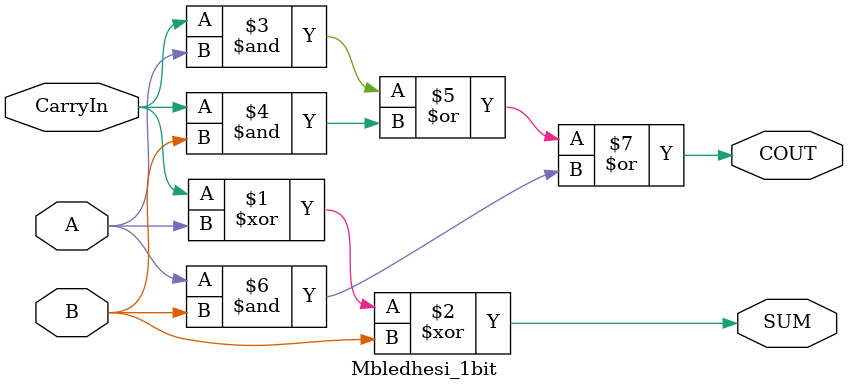
<source format=v>
`timescale 1ns / 1ps


module Mbledhesi_1bit(
	input A,
	input B,
	input CarryIn,
	output SUM,
	output COUT
);

assign SUM = CarryIn ^ A ^ B;
assign COUT = CarryIn & A | CarryIn & B | A & B ; 
    
    
endmodule
</source>
